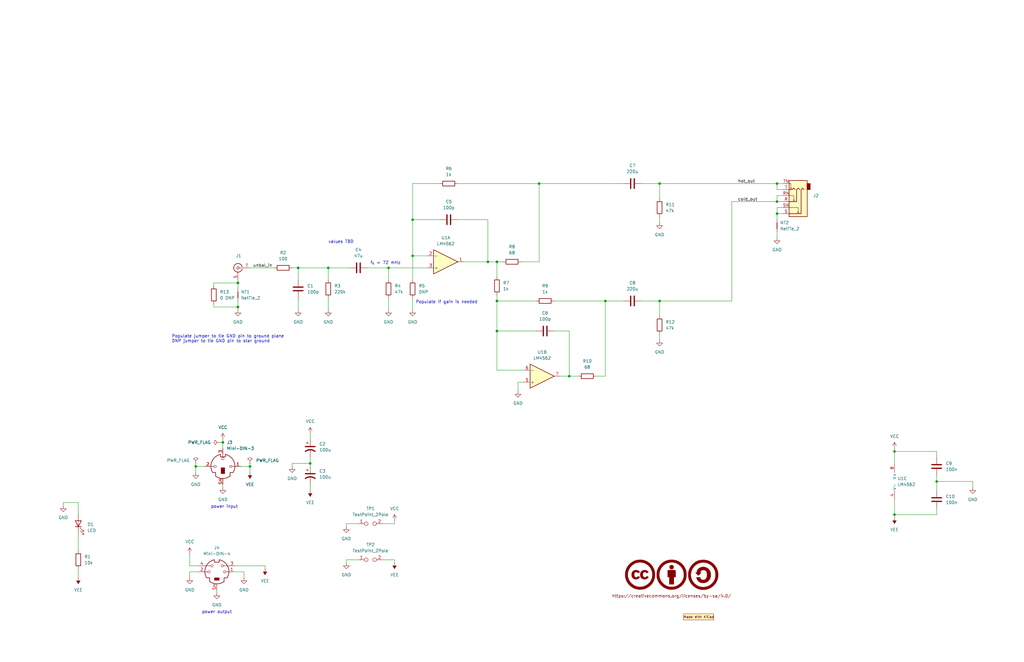
<source format=kicad_sch>
(kicad_sch (version 20211123) (generator eeschema)
  (paper "B")
  (title_block (title "Unbalanced to Balanced Audio Converter") (date "${DATE}") (rev "${VERSION}") (company "G. Keeth") (comment 1 "${URL}") (comment 3 "fits Adafruit 2230 enclosure"))
  (lib_symbols
    (symbol "Amplifier_Operational:LM4562" (pin_names (offset 0.127))
      (property "Reference" "U" (at 0 5.08 0))
      (property "Value" "LM4562" (at 0 -5.08 0))
      (symbol "LM4562_1_1"
        (pin output line (at 7.62 0 180) (length 2.54) (name "~") (number "1"))
        (pin input line (at -7.62 -2.54 0) (length 2.54) (name "-") (number "2"))
        (pin input line (at -7.62 2.54 0) (length 2.54) (name "+") (number "3"))
      )
      (symbol "LM4562_2_1"
        (pin input line (at -7.62 2.54 0) (length 2.54) (name "+") (number "5"))
        (pin input line (at -7.62 -2.54 0) (length 2.54) (name "-") (number "6"))
        (pin output line (at 7.62 0 180) (length 2.54) (name "~") (number "7"))
      )
      (symbol "LM4562_3_1"
        (pin power_in line (at -2.54 -7.62 90) (length 3.81) (name "V-") (number "4"))
        (pin power_in line (at -2.54 7.62 270) (length 3.81) (name "V+") (number "8"))
      )
    )
    (symbol "Connector:AudioJack3_Switch"
      (property "Reference" "J" (at 0 11.43 0))
      (property "Value" "AudioJack3_Switch" (at 0 8.89 0))
      (symbol "AudioJack3_Switch_1_1"
        (pin passive line (at 5.08 0 180) (length 2.54) (name "~") (number "R"))
        (pin passive line (at 5.08 -2.54 180) (length 2.54) (name "~") (number "RN"))
        (pin passive line (at 5.08 5.08 180) (length 2.54) (name "~") (number "S"))
        (pin passive line (at 5.08 2.54 180) (length 2.54) (name "~") (number "SN"))
        (pin passive line (at 5.08 -5.08 180) (length 2.54) (name "~") (number "T"))
        (pin passive line (at 5.08 -7.62 180) (length 2.54) (name "~") (number "TN"))
      )
    )
    (symbol "Connector:TestPoint_2Pole" (pin_names (offset 0.762) hide)
      (property "Reference" "TP" (at 0 1.524 0))
      (property "Value" "TestPoint_2Pole" (at 0 -1.778 0))
      (symbol "TestPoint_2Pole_0_1"
        (pin passive line (at -5.08 0 0) (length 2.54) (name "1") (number "1"))
        (pin passive line (at 5.08 0 180) (length 2.54) (name "2") (number "2"))
      )
    )
    (symbol "Connector_gkeeth:Conn_RCA" (pin_names (offset 1.016) hide)
      (property "Reference" "J" (at 0.254 3.048 0))
      (property "Value" "Conn_RCA" (at 2.921 0 90))
      (symbol "Conn_RCA_1_1"
        (pin passive line (at 0 -5.08 90) (length 2.54) (name "") (number "S"))
        (pin passive line (at -5.08 0 0) (length 2.54) (name "") (number "T"))
      )
    )
    (symbol "Connector_gkeeth:Mini-DIN-3_Shielded" (pin_names (offset 1.016))
      (property "Reference" "J" (at 3.302 6.35 0))
      (property "Value" "Mini-DIN-3_Shielded" (at 0 -10.16 0))
      (symbol "Mini-DIN-3_Shielded_1_1"
        (pin passive line (at 7.62 0 180) (length 2.54) (name "~") (number "1"))
        (pin passive line (at -7.62 0 0) (length 2.54) (name "~") (number "2"))
        (pin passive line (at 0 7.62 270) (length 2.54) (name "~") (number "3"))
        (pin passive line (at 0 -7.62 90) (length 2.54) (name "") (number "SH"))
      )
    )
    (symbol "Connector_gkeeth:Mini-DIN-4_Shielded" (pin_names (offset 1.016))
      (property "Reference" "J" (at 0 6.35 0))
      (property "Value" "Mini-DIN-4_Shielded" (at 0 -10.16 0))
      (symbol "Mini-DIN-4_Shielded_1_1"
        (pin passive line (at 7.62 0 180) (length 2.54) (name "~") (number "1"))
        (pin passive line (at -7.62 0 0) (length 2.54) (name "~") (number "2"))
        (pin passive line (at 7.62 2.54 180) (length 2.54) (name "~") (number "3"))
        (pin passive line (at -7.62 2.54 0) (length 2.54) (name "~") (number "4"))
        (pin passive line (at 0 -7.62 90) (length 2.54) (name "") (number "SH"))
      )
    )
    (symbol "Creative_Commons:CC-BY-SA_0.5in" (pin_names (offset 1.016))
      (symbol "CC-BY-SA_0.5in_0_0"
        (text "https://creativecommons.org/licenses/by-sa/4.0/" (at 0 -8.89 0) (effects (font (size 1.27 1.27))))
      )
    )
    (symbol "Device:C" (pin_numbers hide) (pin_names (offset 0.254))
      (property "Reference" "C" (at 0.635 2.54 0))
      (property "Value" "C" (at 0.635 -2.54 0))
      (symbol "C_1_1"
        (pin passive line (at 0 3.81 270) (length 2.794) (name "~") (number "1"))
        (pin passive line (at 0 -3.81 90) (length 2.794) (name "~") (number "2"))
      )
    )
    (symbol "Device:C_Polarized_US" (pin_numbers hide) (pin_names (offset 0.254) hide)
      (property "Reference" "C" (at 0.635 2.54 0))
      (property "Value" "C_Polarized_US" (at 0.635 -2.54 0))
      (symbol "C_Polarized_US_1_1"
        (pin passive line (at 0 3.81 270) (length 2.794) (name "~") (number "1"))
        (pin passive line (at 0 -3.81 90) (length 3.302) (name "~") (number "2"))
      )
    )
    (symbol "Device:LED" (pin_numbers hide) (pin_names (offset 1.016) hide)
      (property "Reference" "D" (at 0 2.54 0))
      (property "Value" "LED" (at 0 -2.54 0))
      (symbol "LED_1_1"
        (pin passive line (at -3.81 0 0) (length 2.54) (name "K") (number "1"))
        (pin passive line (at 3.81 0 180) (length 2.54) (name "A") (number "2"))
      )
    )
    (symbol "Device:NetTie_2" (pin_numbers hide) (pin_names (offset 0) hide)
      (property "Reference" "NT" (at 0 1.27 0))
      (property "Value" "NetTie_2" (at 0 -1.27 0))
      (symbol "NetTie_2_1_1"
        (pin passive line (at -2.54 0 0) (length 2.54) (name "1") (number "1"))
        (pin passive line (at 2.54 0 180) (length 2.54) (name "2") (number "2"))
      )
    )
    (symbol "Device:R" (pin_numbers hide) (pin_names (offset 0))
      (property "Reference" "R" (at 2.032 0 90))
      (property "Value" "R" (at 0 0 90))
      (symbol "R_1_1"
        (pin passive line (at 0 3.81 270) (length 1.27) (name "~") (number "1"))
        (pin passive line (at 0 -3.81 90) (length 1.27) (name "~") (number "2"))
      )
    )
    (symbol "Graphic_gkeeth:Logo_MadeWithKiCad" (pin_names (offset 1.016))
      (symbol "Logo_MadeWithKiCad_0_0"
        (text "Made With KiCad" (at 0 1.27 0) (effects (font (size 0.9906 0.9906))))
      )
    )
    (symbol "power:GND" (power) (pin_names (offset 0))
      (property "Value" "GND" (at 0 -3.81 0))
      (symbol "GND_1_1"
        (pin power_in line (at 0 0 270) (length 0) hide (name "GND") (number "1"))
      )
    )
    (symbol "power:PWR_FLAG" (power) (pin_numbers hide) (pin_names (offset 0) hide)
      (property "Value" "PWR_FLAG" (at 0 3.81 0))
      (symbol "PWR_FLAG_0_0"
        (pin power_out line (at 0 0 90) (length 0) (name "pwr") (number "1"))
      )
    )
    (symbol "power:VCC" (power) (pin_names (offset 0))
      (property "Value" "VCC" (at 0 3.81 0))
      (symbol "VCC_1_1"
        (pin power_in line (at 0 0 90) (length 0) hide (name "VCC") (number "1"))
      )
    )
    (symbol "power:VEE" (power) (pin_names (offset 0))
      (property "Value" "VEE" (at 0 3.81 0))
      (symbol "VEE_1_1"
        (pin power_in line (at 0 0 90) (length 0) hide (name "VEE") (number "1"))
      )
    )
  )
  (junction (at 209.55 139.7))
  (junction (at 100.33 129.54))
  (junction (at 255.27 127))
  (junction (at 130.81 195.58))
  (junction (at 205.74 110.49))
  (junction (at 209.55 127))
  (junction (at 227.33 77.47))
  (junction (at 93.98 186.69))
  (junction (at 394.97 203.2))
  (junction (at 327.66 77.47))
  (junction (at 327.66 90.17))
  (junction (at 173.99 92.71))
  (junction (at 278.13 77.47))
  (junction (at 100.33 119.38))
  (junction (at 105.41 196.85))
  (junction (at 240.03 158.75))
  (junction (at 82.55 196.85))
  (junction (at 125.73 113.03))
  (junction (at 327.66 85.09))
  (junction (at 377.19 190.5))
  (junction (at 173.99 107.95))
  (junction (at 163.83 113.03))
  (junction (at 209.55 110.49))
  (junction (at 138.43 113.03))
  (junction (at 278.13 127))
  (junction (at 377.19 217.17))
  (wire (pts (xy 394.97 214.63) (xy 394.97 217.17)))
  (wire (pts (xy 236.22 158.75) (xy 240.03 158.75)))
  (wire (pts (xy 330.2 80.01) (xy 327.66 80.01)))
  (wire (pts (xy 209.55 127) (xy 209.55 139.7)))
  (wire (pts (xy 218.44 165.1) (xy 218.44 161.29)))
  (wire (pts (xy 111.76 238.76) (xy 111.76 240.03)))
  (wire (pts (xy 255.27 127) (xy 255.27 158.75)))
  (wire (pts (xy 99.06 241.3) (xy 102.87 241.3)))
  (wire (pts (xy 26.67 212.09) (xy 33.02 212.09)))
  (wire (pts (xy 26.67 213.36) (xy 26.67 212.09)))
  (wire (pts (xy 82.55 196.85) (xy 86.36 196.85)))
  (wire (pts (xy 100.33 119.38) (xy 100.33 121.92)))
  (wire (pts (xy 130.81 204.47) (xy 130.81 207.01)))
  (wire (pts (xy 173.99 92.71) (xy 173.99 107.95)))
  (wire (pts (xy 227.33 110.49) (xy 219.71 110.49)))
  (wire (pts (xy 146.05 237.49) (xy 146.05 236.22)))
  (wire (pts (xy 278.13 91.44) (xy 278.13 93.98)))
  (wire (pts (xy 193.04 77.47) (xy 227.33 77.47)))
  (wire (pts (xy 93.98 186.69) (xy 93.98 189.23)))
  (wire (pts (xy 173.99 107.95) (xy 173.99 118.11)))
  (wire (pts (xy 173.99 107.95) (xy 180.34 107.95)))
  (wire (pts (xy 255.27 127) (xy 262.89 127)))
  (wire (pts (xy 92.71 186.69) (xy 93.98 186.69)))
  (wire (pts (xy 327.66 97.79) (xy 327.66 100.33)))
  (wire (pts (xy 209.55 127) (xy 226.06 127)))
  (wire (pts (xy 270.51 127) (xy 278.13 127)))
  (wire (pts (xy 394.97 193.04) (xy 394.97 190.5)))
  (wire (pts (xy 90.17 120.65) (xy 90.17 119.38)))
  (wire (pts (xy 173.99 125.73) (xy 173.99 130.81)))
  (wire (pts (xy 173.99 92.71) (xy 185.42 92.71)))
  (wire (pts (xy 154.94 113.03) (xy 163.83 113.03)))
  (wire (pts (xy 130.81 193.04) (xy 130.81 195.58)))
  (wire (pts (xy 394.97 203.2) (xy 394.97 207.01)))
  (wire (pts (xy 205.74 92.71) (xy 205.74 110.49)))
  (wire (pts (xy 80.01 243.84) (xy 80.01 241.3)))
  (wire (pts (xy 278.13 77.47) (xy 278.13 83.82)))
  (wire (pts (xy 123.19 113.03) (xy 125.73 113.03)))
  (wire (pts (xy 209.55 110.49) (xy 209.55 116.84)))
  (wire (pts (xy 377.19 210.82) (xy 377.19 217.17)))
  (wire (pts (xy 105.41 196.85) (xy 105.41 199.39)))
  (wire (pts (xy 123.19 196.85) (xy 123.19 195.58)))
  (wire (pts (xy 377.19 217.17) (xy 377.19 218.44)))
  (wire (pts (xy 394.97 200.66) (xy 394.97 203.2)))
  (wire (pts (xy 166.37 220.98) (xy 166.37 219.71)))
  (wire (pts (xy 83.82 238.76) (xy 80.01 238.76)))
  (wire (pts (xy 227.33 77.47) (xy 262.89 77.47)))
  (wire (pts (xy 240.03 158.75) (xy 243.84 158.75)))
  (wire (pts (xy 100.33 118.11) (xy 100.33 119.38)))
  (wire (pts (xy 90.17 129.54) (xy 90.17 128.27)))
  (wire (pts (xy 138.43 113.03) (xy 147.32 113.03)))
  (wire (pts (xy 209.55 124.46) (xy 209.55 127)))
  (wire (pts (xy 327.66 87.63) (xy 327.66 90.17)))
  (wire (pts (xy 173.99 77.47) (xy 173.99 92.71)))
  (wire (pts (xy 205.74 110.49) (xy 195.58 110.49)))
  (wire (pts (xy 233.68 127) (xy 255.27 127)))
  (wire (pts (xy 101.6 196.85) (xy 105.41 196.85)))
  (wire (pts (xy 102.87 243.84) (xy 102.87 241.3)))
  (wire (pts (xy 278.13 127) (xy 278.13 133.35)))
  (wire (pts (xy 125.73 113.03) (xy 125.73 118.11)))
  (wire (pts (xy 308.61 127) (xy 308.61 85.09)))
  (wire (pts (xy 394.97 190.5) (xy 377.19 190.5)))
  (wire (pts (xy 146.05 220.98) (xy 151.13 220.98)))
  (wire (pts (xy 33.02 212.09) (xy 33.02 217.17)))
  (wire (pts (xy 233.68 139.7) (xy 240.03 139.7)))
  (wire (pts (xy 240.03 139.7) (xy 240.03 158.75)))
  (wire (pts (xy 278.13 77.47) (xy 327.66 77.47)))
  (wire (pts (xy 394.97 217.17) (xy 377.19 217.17)))
  (wire (pts (xy 327.66 90.17) (xy 327.66 92.71)))
  (wire (pts (xy 327.66 85.09) (xy 330.2 85.09)))
  (wire (pts (xy 146.05 236.22) (xy 151.13 236.22)))
  (wire (pts (xy 80.01 241.3) (xy 83.82 241.3)))
  (wire (pts (xy 93.98 185.42) (xy 93.98 186.69)))
  (wire (pts (xy 161.29 220.98) (xy 166.37 220.98)))
  (wire (pts (xy 163.83 125.73) (xy 163.83 130.81)))
  (wire (pts (xy 209.55 139.7) (xy 226.06 139.7)))
  (wire (pts (xy 123.19 195.58) (xy 130.81 195.58)))
  (wire (pts (xy 125.73 125.73) (xy 125.73 130.81)))
  (wire (pts (xy 82.55 195.58) (xy 82.55 196.85)))
  (wire (pts (xy 278.13 127) (xy 308.61 127)))
  (wire (pts (xy 308.61 85.09) (xy 327.66 85.09)))
  (wire (pts (xy 185.42 77.47) (xy 173.99 77.47)))
  (wire (pts (xy 330.2 90.17) (xy 327.66 90.17)))
  (wire (pts (xy 100.33 129.54) (xy 100.33 130.81)))
  (wire (pts (xy 327.66 82.55) (xy 327.66 85.09)))
  (wire (pts (xy 90.17 119.38) (xy 100.33 119.38)))
  (wire (pts (xy 330.2 87.63) (xy 327.66 87.63)))
  (wire (pts (xy 91.44 248.92) (xy 91.44 250.19)))
  (wire (pts (xy 130.81 195.58) (xy 130.81 196.85)))
  (wire (pts (xy 80.01 238.76) (xy 80.01 233.68)))
  (wire (pts (xy 227.33 77.47) (xy 227.33 110.49)))
  (wire (pts (xy 410.21 205.74) (xy 410.21 203.2)))
  (wire (pts (xy 99.06 238.76) (xy 111.76 238.76)))
  (wire (pts (xy 377.19 190.5) (xy 377.19 195.58)))
  (wire (pts (xy 100.33 127) (xy 100.33 129.54)))
  (wire (pts (xy 327.66 80.01) (xy 327.66 77.47)))
  (wire (pts (xy 270.51 77.47) (xy 278.13 77.47)))
  (wire (pts (xy 209.55 139.7) (xy 209.55 156.21)))
  (wire (pts (xy 166.37 236.22) (xy 166.37 237.49)))
  (wire (pts (xy 82.55 199.39) (xy 82.55 196.85)))
  (wire (pts (xy 138.43 125.73) (xy 138.43 130.81)))
  (wire (pts (xy 205.74 110.49) (xy 209.55 110.49)))
  (wire (pts (xy 278.13 140.97) (xy 278.13 143.51)))
  (wire (pts (xy 33.02 224.79) (xy 33.02 232.41)))
  (wire (pts (xy 138.43 118.11) (xy 138.43 113.03)))
  (wire (pts (xy 105.41 195.58) (xy 105.41 196.85)))
  (wire (pts (xy 90.17 129.54) (xy 100.33 129.54)))
  (wire (pts (xy 193.04 92.71) (xy 205.74 92.71)))
  (wire (pts (xy 330.2 82.55) (xy 327.66 82.55)))
  (wire (pts (xy 377.19 189.23) (xy 377.19 190.5)))
  (wire (pts (xy 209.55 156.21) (xy 220.98 156.21)))
  (wire (pts (xy 327.66 77.47) (xy 330.2 77.47)))
  (wire (pts (xy 410.21 203.2) (xy 394.97 203.2)))
  (wire (pts (xy 33.02 240.03) (xy 33.02 243.84)))
  (wire (pts (xy 161.29 236.22) (xy 166.37 236.22)))
  (wire (pts (xy 93.98 204.47) (xy 93.98 205.74)))
  (wire (pts (xy 130.81 182.88) (xy 130.81 185.42)))
  (wire (pts (xy 163.83 113.03) (xy 180.34 113.03)))
  (wire (pts (xy 105.41 113.03) (xy 115.57 113.03)))
  (wire (pts (xy 218.44 161.29) (xy 220.98 161.29)))
  (wire (pts (xy 163.83 113.03) (xy 163.83 118.11)))
  (wire (pts (xy 138.43 113.03) (xy 125.73 113.03)))
  (wire (pts (xy 255.27 158.75) (xy 251.46 158.75)))
  (wire (pts (xy 209.55 110.49) (xy 212.09 110.49)))
  (wire (pts (xy 146.05 222.25) (xy 146.05 220.98)))
  (text "power output" (at 85.09 259.08 0) (effects (font (size 1.27 1.27)) (justify left bottom)))
  (text "values TBD" (at 138.43 102.87 0) (effects (font (size 1.27 1.27)) (justify left bottom)))
  (text "f_{c} = 72 mHz" (at 156.21 111.76 0) (effects (font (size 1.27 1.27)) (justify left bottom)))
  (text "Populate jumper to tie GND pin to ground plane\nDNP jumper to tie GND pin to star ground" (at 72.39 144.78 0) (effects (font (size 1.27 1.27)) (justify left bottom)))
  (text "power input" (at 88.9 214.63 0) (effects (font (size 1.27 1.27)) (justify left bottom)))
  (text "Populate if gain is needed" (at 175.26 128.27 0) (effects (font (size 1.27 1.27)) (justify left bottom)))
  (label "hot_out" (at 311.15 77.47 0))
  (label "unbal_in" (at 106.68 113.03 0))
  (label "cold_out" (at 311.15 85.09 0))
  (symbol (lib_id "Device:NetTie_2") (at 100.33 124.46 90) (unit 1)
    (property "Reference" "NT1" (at 101.6 123.1899 90) (effects (justify right)))
    (property "Value" "NetTie_2" (at 101.6 125.7299 90) (effects (justify right)))
    (property "Footprint" "Net_Tie_gkeeth:NetTie-2_SMD_Pad1.0mm" (effects hide))
  )
  (symbol (lib_id "Connector:TestPoint_2Pole") (at 156.21 220.98 0) (unit 1)
    (property "Reference" "TP1" (at 156.21 214.63 0))
    (property "Value" "TestPoint_2Pole" (at 156.21 217.17 0))
    (property "Footprint" "Connector_PinHeader_2.54mm:PinHeader_1x02_P2.54mm_Vertical" (effects hide))
  )
  (symbol (lib_id "Device:C") (at 151.13 113.03 90) (unit 1)
    (property "Reference" "C4" (at 151.13 105.41 90))
    (property "Value" "47u" (at 151.13 107.95 90))
    (property "Footprint" "Capacitor_THT:C_Radial_D10.0mm_H16.0mm_P5.00mm" (effects hide))
    (property "Dielectric" "NP Electrolytic" (effects hide))
    (property "Manufacturer" "Nichicon" (effects hide))
    (property "Manufacturer PN" "UES1V470MPM" (effects hide))
    (property "Distributor" "Digikey" (effects hide))
    (property "Distributor PN" "493-15047-ND" (effects hide))
    (property "Voltage Rating" "35V" (effects hide))
  )
  (symbol (lib_id "power:VEE") (at 166.37 237.49 180) (unit 1)
    (property "Reference" "#PWR027" (effects hide))
    (property "Value" "VEE" (at 166.37 242.57 0))
  )
  (symbol (lib_id "power:GND") (at 26.67 213.36 0) (unit 1)
    (property "Reference" "#PWR02" (effects hide))
    (property "Value" "GND" (at 26.67 218.44 0))
  )
  (symbol (lib_id "power:GND") (at 91.44 250.19 0) (unit 1)
    (property "Reference" "#PWR0102" (effects hide))
    (property "Value" "GND" (at 91.44 255.27 0))
  )
  (symbol (lib_id "power:GND") (at 125.73 130.81 0) (unit 1)
    (property "Reference" "#PWR012" (effects hide))
    (property "Value" "GND" (at 125.73 135.89 0))
  )
  (symbol (lib_id "Device:R") (at 215.9 110.49 270) (unit 1)
    (property "Reference" "R8" (at 215.9 104.14 90))
    (property "Value" "68" (at 215.9 106.68 90))
    (property "Footprint" "Resistor_SMD:R_1206_3216Metric" (effects hide))
  )
  (symbol (lib_id "power:PWR_FLAG") (at 92.71 186.69 90) (unit 1)
    (property "Reference" "#FLG02" (effects hide))
    (property "Value" "PWR_FLAG" (at 88.9 186.6899 90) (effects (justify left)))
  )
  (symbol (lib_id "Graphic_gkeeth:Logo_MadeWithKiCad") (at 294.64 261.62 0) (unit 1)
    (property "Reference" "LOGO1" (effects hide))
    (property "Value" "Logo_MadeWithKiCad" (effects hide))
    (property "Footprint" "Symbol:KiCad-Logo2_5mm_SilkScreen" (effects hide))
  )
  (symbol (lib_id "power:GND") (at 173.99 130.81 0) (unit 1)
    (property "Reference" "#PWR017" (effects hide))
    (property "Value" "GND" (at 173.99 135.89 0))
  )
  (symbol (lib_id "power:GND") (at 218.44 165.1 0) (unit 1)
    (property "Reference" "#PWR018" (effects hide))
    (property "Value" "GND" (at 218.44 170.18 0))
  )
  (symbol (lib_id "power:GND") (at 138.43 130.81 0) (unit 1)
    (property "Reference" "#PWR015" (effects hide))
    (property "Value" "GND" (at 138.43 135.89 0))
  )
  (symbol (lib_id "Device:C_Polarized_US") (at 130.81 200.66 0) (unit 1)
    (property "Reference" "C3" (at 134.62 198.7549 0) (effects (justify left)))
    (property "Value" "100u" (at 134.62 201.2949 0) (effects (justify left)))
    (property "Footprint" "Capacitor_THT:CP_Radial_D6.3mm_P2.50mm" (effects hide))
    (property "Dielectric" "Electrolytic" (effects hide))
    (property "Voltage Rating" "35V" (effects hide))
    (property "Distributor" "Digikey" (effects hide))
    (property "Distributor PN" "493-1081-ND" (effects hide))
    (property "Manufacturer" "Nichicon" (effects hide))
    (property "Manufacturer PN" "UVR1V101MED" (effects hide))
  )
  (symbol (lib_id "power:GND") (at 123.19 196.85 0) (unit 1)
    (property "Reference" "#PWR011" (effects hide))
    (property "Value" "GND" (at 123.19 201.93 0))
  )
  (symbol (lib_id "power:VCC") (at 80.01 233.68 0) (unit 1)
    (property "Reference" "#PWR05" (effects hide))
    (property "Value" "VCC" (at 80.01 228.6 0))
  )
  (symbol (lib_id "Device:C") (at 266.7 77.47 90) (unit 1)
    (property "Reference" "C7" (at 266.7 69.85 90))
    (property "Value" "220u" (at 266.7 72.39 90))
    (property "Footprint" "Capacitor_THT_gkeeth:C_Radial_D12.5mm_H20.0mm_P5.00mm_Horizontal" (effects hide))
    (property "Dielectric" "NP Electrolytic" (effects hide))
    (property "Distributor" "Digikey" (effects hide))
    (property "Distributor PN" "493-16138-ND" (effects hide))
    (property "Manufacturer" "Nichicon" (effects hide))
    (property "Manufacturer PN" "UVP1V221MHD" (effects hide))
    (property "Voltage Rating" "35V" (effects hide))
  )
  (symbol (lib_id "power:GND") (at 146.05 222.25 0) (unit 1)
    (property "Reference" "#PWR01" (effects hide))
    (property "Value" "GND" (at 146.05 227.33 0))
  )
  (symbol (lib_id "Device:LED") (at 33.02 220.98 90) (unit 1)
    (property "Reference" "D1" (at 36.83 221.2974 90) (effects (justify right)))
    (property "Value" "LED" (at 36.83 223.8374 90) (effects (justify right)))
    (property "Footprint" "LED_THT:LED_D5.0mm_Horizontal_O3.81mm_Z3.0mm" (effects hide))
  )
  (symbol (lib_id "Device:C") (at 229.87 139.7 90) (unit 1)
    (property "Reference" "C6" (at 229.87 132.08 90))
    (property "Value" "100p" (at 229.87 134.62 90))
    (property "Footprint" "Capacitor_SMD:C_0805_2012Metric" (effects hide))
    (property "Dielectric" "NP0/C0G" (effects hide))
  )
  (symbol (lib_id "power:GND") (at 93.98 205.74 0) (unit 1)
    (property "Reference" "#PWR0101" (effects hide))
    (property "Value" "GND" (at 93.98 210.82 0))
  )
  (symbol (lib_id "power:GND") (at 163.83 130.81 0) (unit 1)
    (property "Reference" "#PWR016" (effects hide))
    (property "Value" "GND" (at 163.83 135.89 0))
  )
  (symbol (lib_id "power:GND") (at 82.55 199.39 0) (unit 1)
    (property "Reference" "#PWR04" (effects hide))
    (property "Value" "GND" (at 82.55 204.47 0))
  )
  (symbol (lib_id "power:VCC") (at 130.81 182.88 0) (unit 1)
    (property "Reference" "#PWR013" (effects hide))
    (property "Value" "VCC" (at 130.81 177.8 0))
  )
  (symbol (lib_id "power:GND") (at 102.87 243.84 0) (unit 1)
    (property "Reference" "#PWR09" (effects hide))
    (property "Value" "GND" (at 102.87 248.92 0))
  )
  (symbol (lib_id "Connector_gkeeth:Mini-DIN-4_Shielded") (at 91.44 241.3 0) (unit 1)
    (property "Reference" "J4" (at 91.4577 231.14 0))
    (property "Value" "Mini-DIN-4" (at 91.4577 233.68 0))
    (property "Footprint" "Connector_Mini_DIN_gkeeth:Mini-DIN_Kycon_KMDGX-4S-BS_Horizontal" (effects hide))
    (property "Datasheet" "http://service.powerdynamics.com/ec/Catalog17/Section%2011.pdf" (effects hide))
    (property "Manufacturer" "Kycon" (effects hide))
    (property "Manufacturer PN" "KMDGX-4S-BS" (effects hide))
    (property "Distributor" "Digikey" (effects hide))
    (property "Distributor PN" "2092-KMDGX-4S-BS-ND" (effects hide))
  )
  (symbol (lib_id "Device:C") (at 189.23 92.71 90) (unit 1)
    (property "Reference" "C5" (at 189.23 85.09 90))
    (property "Value" "100p" (at 189.23 87.63 90))
    (property "Footprint" "Capacitor_SMD:C_0805_2012Metric" (effects hide))
    (property "Dielectric" "NP0/C0G" (effects hide))
  )
  (symbol (lib_id "power:GND") (at 146.05 237.49 0) (unit 1)
    (property "Reference" "#PWR025" (effects hide))
    (property "Value" "GND" (at 146.05 242.57 0))
  )
  (symbol (lib_id "power:VEE") (at 33.02 243.84 180) (unit 1)
    (property "Reference" "#PWR0103" (effects hide))
    (property "Value" "VEE" (at 33.02 248.92 0))
  )
  (symbol (lib_id "power:VCC") (at 93.98 185.42 0) (unit 1)
    (property "Reference" "#PWR06" (effects hide))
    (property "Value" "VCC" (at 93.98 180.34 0))
  )
  (symbol (lib_id "Device:R") (at 119.38 113.03 90) (unit 1)
    (property "Reference" "R2" (at 119.38 106.68 90))
    (property "Value" "100" (at 119.38 109.22 90))
    (property "Footprint" "Resistor_SMD:R_1206_3216Metric" (effects hide))
  )
  (symbol (lib_id "Device:NetTie_2") (at 327.66 95.25 270) (unit 1)
    (property "Reference" "NT2" (at 328.93 93.9799 90) (effects (justify left)))
    (property "Value" "NetTie_2" (at 328.93 96.5199 90) (effects (justify left)))
    (property "Footprint" "Net_Tie_gkeeth:NetTie-2_SMD_Pad1.0mm" (effects hide))
  )
  (symbol (lib_id "power:GND") (at 100.33 130.81 0) (unit 1)
    (property "Reference" "#PWR08" (effects hide))
    (property "Value" "GND" (at 100.33 135.89 0))
  )
  (symbol (lib_id "Connector:AudioJack3_Switch") (at 335.28 85.09 180) (unit 1)
    (property "Reference" "J2" (at 342.9 82.5499 0) (effects (justify right)))
    (property "Value" "NMJ6HFD2" (at 335.28 85.09 0) (effects (font (size 0 0)) (justify right)))
    (property "Footprint" "Connector_Audio:Jack_6.35mm_Neutrik_NMJ6HFD2_Horizontal" (effects hide))
    (property "Manufacturer" "Neutrik" (effects hide))
    (property "Manufacturer PN" "NMJ6HFD2" (effects hide))
  )
  (symbol (lib_id "power:VEE") (at 111.76 240.03 180) (unit 1)
    (property "Reference" "#PWR07" (effects hide))
    (property "Value" "VEE" (at 111.76 245.11 0))
  )
  (symbol (lib_id "Connector:TestPoint_2Pole") (at 156.21 236.22 0) (unit 1)
    (property "Reference" "TP2" (at 156.21 229.87 0))
    (property "Value" "TestPoint_2Pole" (at 156.21 232.41 0))
    (property "Footprint" "Connector_PinHeader_2.54mm:PinHeader_1x02_P2.54mm_Vertical" (effects hide))
  )
  (symbol (lib_id "Amplifier_Operational:LM4562") (at 187.96 110.49 0) (mirror x) (unit 1)
    (property "Reference" "U1" (at 187.96 100.33 0))
    (property "Value" "LM4562" (at 187.96 102.87 0))
    (property "Footprint" "Package_SO:SOIC-8_3.9x4.9mm_P1.27mm" (effects hide))
    (property "Datasheet" "http://www.ti.com/lit/ds/symlink/lm4562.pdf" (effects hide))
  )
  (symbol (lib_id "Device:C") (at 394.97 210.82 0) (unit 1)
    (property "Reference" "C10" (at 398.78 209.5499 0) (effects (justify left)))
    (property "Value" "100n" (at 398.78 212.0899 0) (effects (justify left)))
    (property "Footprint" "Capacitor_SMD:C_0805_2012Metric" (effects hide))
    (property "Dielectric" "X7R" (effects hide))
  )
  (symbol (lib_id "power:VEE") (at 130.81 207.01 180) (unit 1)
    (property "Reference" "#PWR014" (effects hide))
    (property "Value" "VEE" (at 130.81 212.09 0))
  )
  (symbol (lib_id "Device:R") (at 247.65 158.75 270) (unit 1)
    (property "Reference" "R10" (at 247.65 152.4 90))
    (property "Value" "68" (at 247.65 154.94 90))
    (property "Footprint" "Resistor_SMD:R_1206_3216Metric" (effects hide))
  )
  (symbol (lib_id "Device:R") (at 90.17 124.46 0) (unit 1)
    (property "Reference" "R13" (at 92.71 123.1899 0) (effects (justify left)))
    (property "Value" "0 DNP" (at 92.71 125.7299 0) (effects (justify left)))
    (property "Footprint" "Resistor_SMD:R_1206_3216Metric" (effects hide))
  )
  (symbol (lib_id "Device:C") (at 125.73 121.92 0) (unit 1)
    (property "Reference" "C1" (at 129.54 120.6499 0) (effects (justify left)))
    (property "Value" "100p" (at 129.54 123.1899 0) (effects (justify left)))
    (property "Footprint" "Capacitor_SMD:C_0805_2012Metric" (effects hide))
    (property "Dielectric" "NP0/C0G" (effects hide))
  )
  (symbol (lib_id "power:VCC") (at 377.19 189.23 0) (unit 1)
    (property "Reference" "#PWR022" (effects hide))
    (property "Value" "VCC" (at 377.19 184.15 0))
  )
  (symbol (lib_id "power:VEE") (at 105.41 199.39 180) (unit 1)
    (property "Reference" "#PWR010" (effects hide))
    (property "Value" "VEE" (at 105.41 204.47 0))
  )
  (symbol (lib_id "power:VCC") (at 166.37 219.71 0) (unit 1)
    (property "Reference" "#PWR026" (effects hide))
    (property "Value" "VCC" (at 166.37 214.63 0))
  )
  (symbol (lib_id "Device:R") (at 189.23 77.47 270) (unit 1)
    (property "Reference" "R6" (at 189.23 71.12 90))
    (property "Value" "1k" (at 189.23 73.66 90))
    (property "Footprint" "Resistor_SMD:R_1206_3216Metric" (effects hide))
  )
  (symbol (lib_id "Connector_gkeeth:Mini-DIN-3_Shielded") (at 93.98 196.85 0) (unit 1)
    (property "Reference" "J3" (at 95.6311 186.69 0) (effects (justify left)))
    (property "Value" "Mini-DIN-3" (at 95.6311 189.23 0) (effects (justify left)))
    (property "Footprint" "Connector_Mini_DIN_gkeeth:Mini-DIN_Kycon_KMDGX-3S-BS_Horizontal" (effects hide))
    (property "Datasheet" "http://www.assmann-wsw.com/fileadmin/catalogue/10_MiniDIN_rev4-0.pdf" (effects hide))
    (property "Manufacturer" "Kycon" (effects hide))
    (property "Manufacturer PN" "KMDGX-3S-BS" (effects hide))
    (property "Distributor" "Digikey" (effects hide))
    (property "Distributor PN" "2092-KMDGX-3S-BS-ND" (effects hide))
  )
  (symbol (lib_id "power:VEE") (at 377.19 218.44 180) (unit 1)
    (property "Reference" "#PWR023" (effects hide))
    (property "Value" "VEE" (at 377.19 223.52 0))
  )
  (symbol (lib_id "Device:R") (at 229.87 127 90) (unit 1)
    (property "Reference" "R9" (at 229.87 120.65 90))
    (property "Value" "1k" (at 229.87 123.19 90))
    (property "Footprint" "Resistor_SMD:R_1206_3216Metric" (effects hide))
  )
  (symbol (lib_id "power:GND") (at 410.21 205.74 0) (unit 1)
    (property "Reference" "#PWR024" (effects hide))
    (property "Value" "GND" (at 410.21 210.82 0))
  )
  (symbol (lib_id "power:GND") (at 80.01 243.84 0) (unit 1)
    (property "Reference" "#PWR03" (effects hide))
    (property "Value" "GND" (at 80.01 248.92 0))
  )
  (symbol (lib_id "Device:C_Polarized_US") (at 130.81 189.23 0) (unit 1)
    (property "Reference" "C2" (at 134.62 187.3249 0) (effects (justify left)))
    (property "Value" "100u" (at 134.62 189.8649 0) (effects (justify left)))
    (property "Footprint" "Capacitor_THT:CP_Radial_D6.3mm_P2.50mm" (effects hide))
    (property "Dielectric" "Electrolytic" (effects hide))
    (property "Voltage Rating" "35V" (effects hide))
    (property "Distributor" "Digikey" (effects hide))
    (property "Distributor PN" "493-1081-ND" (effects hide))
    (property "Manufacturer" "Nichicon" (effects hide))
    (property "Manufacturer PN" "UVR1V101MED" (effects hide))
  )
  (symbol (lib_id "power:GND") (at 278.13 143.51 0) (unit 1)
    (property "Reference" "#PWR020" (effects hide))
    (property "Value" "GND" (at 278.13 148.59 0))
  )
  (symbol (lib_id "Device:R") (at 278.13 87.63 180) (unit 1)
    (property "Reference" "R11" (at 280.67 86.3599 0) (effects (justify right)))
    (property "Value" "47k" (at 280.67 88.8999 0) (effects (justify right)))
    (property "Footprint" "Resistor_SMD:R_1206_3216Metric" (effects hide))
  )
  (symbol (lib_id "Amplifier_Operational:LM4562") (at 228.6 158.75 0) (mirror x) (unit 2)
    (property "Reference" "U1" (at 228.6 148.59 0))
    (property "Value" "LM4562" (at 228.6 151.13 0))
    (property "Footprint" "Package_SO:SOIC-8_3.9x4.9mm_P1.27mm" (effects hide))
    (property "Datasheet" "http://www.ti.com/lit/ds/symlink/lm4562.pdf" (effects hide))
  )
  (symbol (lib_id "Device:C") (at 266.7 127 90) (unit 1)
    (property "Reference" "C8" (at 266.7 119.38 90))
    (property "Value" "220u" (at 266.7 121.92 90))
    (property "Footprint" "Capacitor_THT_gkeeth:C_Radial_D12.5mm_H20.0mm_P5.00mm_Horizontal" (effects hide))
    (property "Dielectric" "NP Electrolytic" (effects hide))
    (property "Distributor" "Digikey" (effects hide))
    (property "Distributor PN" "493-16138-ND" (effects hide))
    (property "Manufacturer" "Nichicon" (effects hide))
    (property "Manufacturer PN" "UVP1V221MHD" (effects hide))
    (property "Voltage Rating" "35V" (effects hide))
  )
  (symbol (lib_id "power:PWR_FLAG") (at 105.41 195.58 0) (unit 1)
    (property "Reference" "#FLG03" (effects hide))
    (property "Value" "PWR_FLAG" (at 107.95 194.3099 0) (effects (justify left)))
  )
  (symbol (lib_id "Device:R") (at 138.43 121.92 180) (unit 1)
    (property "Reference" "R3" (at 140.97 120.6499 0) (effects (justify right)))
    (property "Value" "220k" (at 140.97 123.1899 0) (effects (justify right)))
    (property "Footprint" "Resistor_SMD:R_1206_3216Metric" (effects hide))
  )
  (symbol (lib_id "power:PWR_FLAG") (at 82.55 195.58 0) (unit 1)
    (property "Reference" "#FLG01" (effects hide))
    (property "Value" "PWR_FLAG" (at 80.01 194.3099 0) (effects (justify right)))
  )
  (symbol (lib_id "Device:R") (at 209.55 120.65 0) (unit 1)
    (property "Reference" "R7" (at 212.09 119.3799 0) (effects (justify left)))
    (property "Value" "1k" (at 212.09 121.9199 0) (effects (justify left)))
    (property "Footprint" "Resistor_SMD:R_1206_3216Metric" (effects hide))
  )
  (symbol (lib_id "Device:R") (at 278.13 137.16 180) (unit 1)
    (property "Reference" "R12" (at 280.67 135.8899 0) (effects (justify right)))
    (property "Value" "47k" (at 280.67 138.4299 0) (effects (justify right)))
    (property "Footprint" "Resistor_SMD:R_1206_3216Metric" (effects hide))
  )
  (symbol (lib_id "Device:R") (at 173.99 121.92 0) (unit 1)
    (property "Reference" "R5" (at 176.53 120.6499 0) (effects (justify left)))
    (property "Value" "DNP" (at 176.53 123.1899 0) (effects (justify left)))
    (property "Footprint" "Resistor_SMD:R_1206_3216Metric" (effects hide))
  )
  (symbol (lib_id "power:GND") (at 327.66 100.33 0) (unit 1)
    (property "Reference" "#PWR021" (effects hide))
    (property "Value" "GND" (at 327.66 105.41 0))
  )
  (symbol (lib_id "Device:R") (at 33.02 236.22 0) (unit 1)
    (property "Reference" "R1" (at 35.56 234.9499 0) (effects (justify left)))
    (property "Value" "10k" (at 35.56 237.4899 0) (effects (justify left)))
    (property "Footprint" "Resistor_SMD:R_1206_3216Metric" (effects hide))
  )
  (symbol (lib_id "Connector_gkeeth:Conn_RCA") (at 100.33 113.03 0) (mirror y) (unit 1)
    (property "Reference" "J1" (at 100.6474 107.95 0))
    (property "Value" "RCJ-041" (at 100.6474 109.22 0) (effects (font (size 0 0))))
    (property "Footprint" "Connector_Audio_gkeeth:RCA_CUI_RCJ-04x_Horizontal" (effects hide))
    (property "Datasheet" " ~" (effects hide))
    (property "Manufacturer" "CUI" (effects hide))
    (property "Manufacturer PN" "RCJ-041" (effects hide))
    (property "Distributor" "Digikey" (effects hide))
    (property "Distributor PN" "CP-1418-ND" (effects hide))
  )
  (symbol (lib_id "power:GND") (at 278.13 93.98 0) (unit 1)
    (property "Reference" "#PWR019" (effects hide))
    (property "Value" "GND" (at 278.13 99.06 0))
  )
  (symbol (lib_id "Amplifier_Operational:LM4562") (at 379.73 203.2 0) (unit 3)
    (property "Reference" "U1" (at 378.46 201.9299 0) (effects (justify left)))
    (property "Value" "LM4562" (at 378.46 204.4699 0) (effects (justify left)))
    (property "Footprint" "Package_SO:SOIC-8_3.9x4.9mm_P1.27mm" (effects hide))
    (property "Datasheet" "http://www.ti.com/lit/ds/symlink/lm4562.pdf" (effects hide))
  )
  (symbol (lib_id "Device:R") (at 163.83 121.92 180) (unit 1)
    (property "Reference" "R4" (at 166.37 120.6499 0) (effects (justify right)))
    (property "Value" "47k" (at 166.37 123.1899 0) (effects (justify right)))
    (property "Footprint" "Resistor_SMD:R_1206_3216Metric" (effects hide))
  )
  (symbol (lib_id "Creative_Commons:CC-BY-SA_0.5in") (at 283.21 242.57 0) (unit 1)
    (property "Reference" "LOGO2" (effects hide))
    (property "Value" "CC-BY-SA_0.5in" (effects hide))
    (property "Footprint" "Symbol_CreativeCommons:CC-BY-SA_SilkScreenTop_Small" (effects hide))
  )
  (symbol (lib_id "Device:C") (at 394.97 196.85 0) (unit 1)
    (property "Reference" "C9" (at 398.78 195.5799 0) (effects (justify left)))
    (property "Value" "100n" (at 398.78 198.1199 0) (effects (justify left)))
    (property "Footprint" "Capacitor_SMD:C_0805_2012Metric" (effects hide))
    (property "Dielectric" "X7R" (effects hide))
  )
)
</source>
